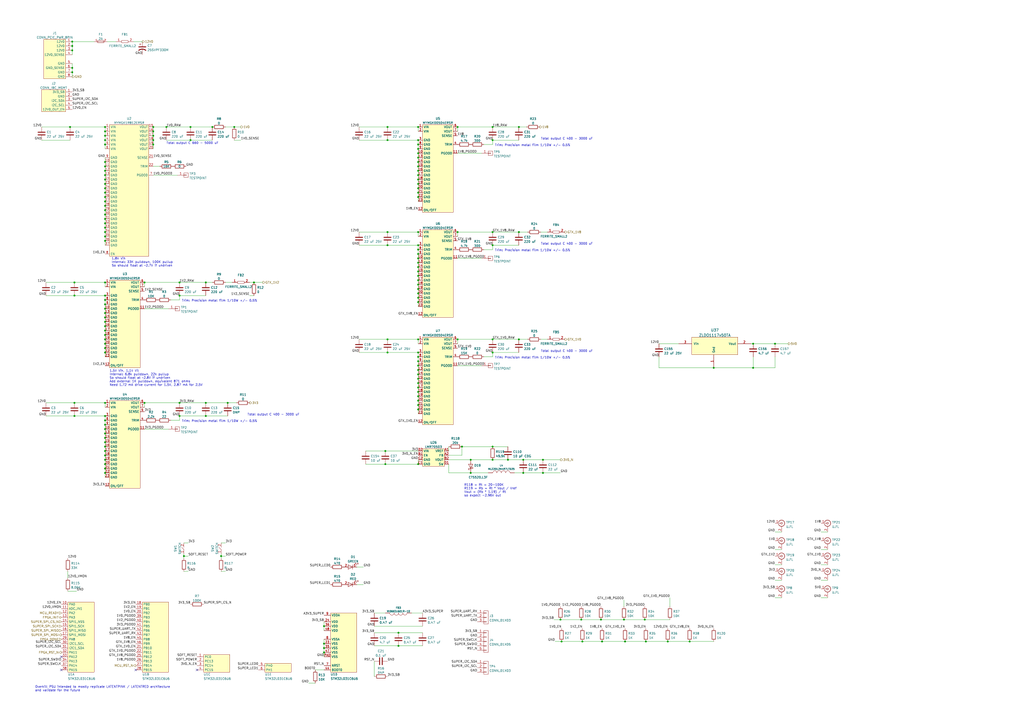
<source format=kicad_sch>
(kicad_sch (version 20211123) (generator eeschema)
  (paper "A2")
  (title_block (title "Trigger Crossbar") (date "2023-12-17") (rev "0.1") (company "Antikernel Labs") (comment 1 "Andrew D. Zonenberg"))
  (junction (at 187.96 375.92))
  (junction (at 325.755 372.11))
  (junction (at 242.57 152.4))
  (junction (at 60.96 259.08))
  (junction (at 242.57 101.6))
  (junction (at 242.57 111.76))
  (junction (at 41.91 41.91))
  (junction (at 187.96 378.46))
  (junction (at 60.96 132.08))
  (junction (at 265.43 73.66))
  (junction (at 242.57 93.98))
  (junction (at 60.96 254))
  (junction (at 60.96 83.82))
  (junction (at 242.57 217.17))
  (junction (at 60.96 93.98))
  (junction (at 242.57 144.78))
  (junction (at 449.58 199.39))
  (junction (at 41.91 39.37))
  (junction (at 242.57 162.56))
  (junction (at 60.96 111.76))
  (junction (at 242.57 154.94))
  (junction (at 285.75 196.85))
  (junction (at 104.14 171.45))
  (junction (at 60.96 179.07))
  (junction (at 294.64 266.7))
  (junction (at 242.57 134.62))
  (junction (at 41.91 24.13))
  (junction (at 60.96 194.31))
  (junction (at 60.96 78.74))
  (junction (at 128.27 322.58))
  (junction (at 60.96 256.54))
  (junction (at 242.57 88.9))
  (junction (at 300.99 73.66))
  (junction (at 60.96 127))
  (junction (at 400.05 372.11))
  (junction (at 60.96 121.92))
  (junction (at 60.96 261.62))
  (junction (at 242.57 234.95))
  (junction (at 60.96 251.46))
  (junction (at 60.96 76.2))
  (junction (at 242.57 170.18))
  (junction (at 242.57 165.1))
  (junction (at 374.015 359.41))
  (junction (at 242.57 91.44))
  (junction (at 224.79 134.62))
  (junction (at 242.57 227.33))
  (junction (at 265.43 196.85))
  (junction (at 242.57 142.24))
  (junction (at 242.57 147.32))
  (junction (at 60.96 99.06))
  (junction (at 242.57 214.63))
  (junction (at 60.96 163.83))
  (junction (at 60.96 106.68))
  (junction (at 60.96 243.84))
  (junction (at 60.96 116.84))
  (junction (at 242.57 219.71))
  (junction (at 242.57 106.68))
  (junction (at 88.9 81.28))
  (junction (at 147.32 163.83))
  (junction (at 135.89 73.66))
  (junction (at 60.96 233.68))
  (junction (at 224.79 142.24))
  (junction (at 83.82 233.68))
  (junction (at 110.49 73.66))
  (junction (at 242.57 96.52))
  (junction (at 123.19 73.66))
  (junction (at 325.12 359.41))
  (junction (at 242.57 196.85))
  (junction (at 60.96 204.47))
  (junction (at 60.96 248.92))
  (junction (at 60.96 191.77))
  (junction (at 242.57 172.72))
  (junction (at 242.57 83.82))
  (junction (at 414.02 213.36))
  (junction (at 96.52 73.66))
  (junction (at 60.96 181.61))
  (junction (at 60.96 184.15))
  (junction (at 361.95 359.41))
  (junction (at 436.88 213.36))
  (junction (at 224.79 204.47))
  (junction (at 60.96 104.14))
  (junction (at 303.53 274.32))
  (junction (at 119.38 163.83))
  (junction (at 60.96 266.7))
  (junction (at 41.91 29.21))
  (junction (at 60.96 246.38))
  (junction (at 60.96 171.45))
  (junction (at 242.57 109.22))
  (junction (at 60.96 269.24))
  (junction (at 362.585 372.11))
  (junction (at 104.14 163.83))
  (junction (at 88.9 73.66))
  (junction (at 285.75 204.47))
  (junction (at 300.99 196.85))
  (junction (at 187.96 373.38))
  (junction (at 60.96 119.38))
  (junction (at 60.96 196.85))
  (junction (at 348.615 359.41))
  (junction (at 104.14 233.68))
  (junction (at 110.49 81.28))
  (junction (at 60.96 264.16))
  (junction (at 60.96 271.78))
  (junction (at 300.99 134.62))
  (junction (at 60.96 241.3))
  (junction (at 242.57 209.55))
  (junction (at 43.18 241.3))
  (junction (at 242.57 114.3))
  (junction (at 242.57 160.02))
  (junction (at 242.57 237.49))
  (junction (at 41.91 26.67))
  (junction (at 314.96 274.32))
  (junction (at 43.18 171.45))
  (junction (at 60.96 274.32))
  (junction (at 60.96 109.22))
  (junction (at 60.96 73.66))
  (junction (at 43.18 233.68))
  (junction (at 60.96 137.16))
  (junction (at 436.88 199.39))
  (junction (at 337.185 359.41))
  (junction (at 374.65 372.11))
  (junction (at 242.57 73.66))
  (junction (at 242.57 81.28))
  (junction (at 88.9 83.82))
  (junction (at 242.57 175.26))
  (junction (at 60.96 186.69))
  (junction (at 242.57 167.64))
  (junction (at 231.14 374.65))
  (junction (at 60.96 114.3))
  (junction (at 242.57 224.79))
  (junction (at 88.9 76.2))
  (junction (at 60.96 134.62))
  (junction (at 242.57 229.87))
  (junction (at 119.38 233.68))
  (junction (at 242.57 222.25))
  (junction (at 132.08 233.68))
  (junction (at 273.05 274.32))
  (junction (at 242.57 269.24))
  (junction (at 285.75 73.66))
  (junction (at 273.05 266.7))
  (junction (at 242.57 149.86))
  (junction (at 267.97 259.08))
  (junction (at 106.68 322.58))
  (junction (at 285.75 134.62))
  (junction (at 265.43 134.62))
  (junction (at 60.96 199.39))
  (junction (at 242.57 157.48))
  (junction (at 224.79 196.85))
  (junction (at 60.96 96.52))
  (junction (at 104.14 241.3))
  (junction (at 303.53 266.7))
  (junction (at 60.96 124.46))
  (junction (at 60.96 189.23))
  (junction (at 242.57 99.06))
  (junction (at 223.52 261.62))
  (junction (at 60.96 201.93))
  (junction (at 242.57 212.09))
  (junction (at 285.75 266.7))
  (junction (at 223.52 269.24))
  (junction (at 60.96 101.6))
  (junction (at 60.96 139.7))
  (junction (at 285.75 142.24))
  (junction (at 119.38 241.3))
  (junction (at 40.64 73.66))
  (junction (at 337.82 372.11))
  (junction (at 224.79 73.66))
  (junction (at 242.57 204.47))
  (junction (at 60.96 81.28))
  (junction (at 60.96 129.54))
  (junction (at 285.75 81.28))
  (junction (at 43.18 163.83))
  (junction (at 285.75 259.08))
  (junction (at 242.57 104.14))
  (junction (at 224.79 81.28))
  (junction (at 88.9 78.74))
  (junction (at 60.96 176.53))
  (junction (at 231.14 367.03))
  (junction (at 349.25 372.11))
  (junction (at 242.57 86.36))
  (junction (at 314.96 266.7))
  (junction (at 387.35 372.11))
  (junction (at 83.82 163.83))
  (junction (at 60.96 173.99))
  (junction (at 242.57 232.41))
  (junction (at 242.57 207.01))
  (junction (at 187.96 363.22))
  (no_connect (at 35.56 388.62))
  (no_connect (at 78.74 388.62))
  (no_connect (at 35.56 381))
  (no_connect (at 114.3 388.62))
  (wire (pts (xy 260.35 274.32) (xy 273.05 274.32)))
  (wire (pts (xy 242.57 207.01) (xy 242.57 209.55)))
  (wire (pts (xy 285.75 196.85) (xy 300.99 196.85)))
  (wire (pts (xy 208.28 196.85) (xy 224.79 196.85)))
  (wire (pts (xy 60.96 99.06) (xy 60.96 101.6)))
  (wire (pts (xy 321.31 359.41) (xy 325.12 359.41)))
  (wire (pts (xy 223.52 261.62) (xy 242.57 261.62)))
  (wire (pts (xy 260.35 269.24) (xy 260.35 274.32)))
  (wire (pts (xy 60.96 241.3) (xy 60.96 243.84)))
  (wire (pts (xy 242.57 229.87) (xy 242.57 232.41)))
  (wire (pts (xy 60.96 181.61) (xy 60.96 184.15)))
  (wire (pts (xy 60.96 129.54) (xy 60.96 132.08)))
  (wire (pts (xy 300.99 73.66) (xy 305.435 73.66)))
  (wire (pts (xy 41.91 24.13) (xy 41.91 26.67)))
  (wire (pts (xy 60.96 78.74) (xy 60.96 81.28)))
  (wire (pts (xy 60.96 261.62) (xy 60.96 264.16)))
  (wire (pts (xy 242.57 106.68) (xy 242.57 109.22)))
  (wire (pts (xy 476.25 327.66) (xy 480.06 327.66)))
  (wire (pts (xy 242.57 99.06) (xy 242.57 101.6)))
  (wire (pts (xy 238.76 355.6) (xy 245.11 355.6)))
  (wire (pts (xy 60.96 259.08) (xy 60.96 261.62)))
  (wire (pts (xy 60.96 194.31) (xy 60.96 196.85)))
  (wire (pts (xy 41.91 39.37) (xy 41.91 41.91)))
  (wire (pts (xy 300.99 196.85) (xy 306.07 196.85)))
  (wire (pts (xy 265.43 134.62) (xy 285.75 134.62)))
  (wire (pts (xy 242.57 96.52) (xy 242.57 99.06)))
  (wire (pts (xy 135.89 81.28) (xy 139.7 81.28)))
  (wire (pts (xy 60.96 139.7) (xy 60.96 142.24)))
  (wire (pts (xy 374.65 372.11) (xy 387.35 372.11)))
  (wire (pts (xy 208.28 134.62) (xy 224.79 134.62)))
  (wire (pts (xy 88.9 101.6) (xy 102.87 101.6)))
  (wire (pts (xy 242.57 157.48) (xy 242.57 160.02)))
  (wire (pts (xy 187.96 370.84) (xy 187.96 373.38)))
  (wire (pts (xy 242.57 209.55) (xy 242.57 212.09)))
  (wire (pts (xy 88.9 76.2) (xy 88.9 78.74)))
  (wire (pts (xy 26.67 241.3) (xy 43.18 241.3)))
  (wire (pts (xy 62.23 24.13) (xy 67.31 24.13)))
  (wire (pts (xy 217.17 374.65) (xy 231.14 374.65)))
  (wire (pts (xy 476.25 346.71) (xy 480.06 346.71)))
  (wire (pts (xy 242.57 160.02) (xy 242.57 162.56)))
  (wire (pts (xy 224.79 134.62) (xy 242.57 134.62)))
  (wire (pts (xy 60.96 176.53) (xy 60.96 179.07)))
  (wire (pts (xy 99.06 243.84) (xy 104.14 243.84)))
  (wire (pts (xy 285.75 204.47) (xy 300.99 204.47)))
  (wire (pts (xy 361.95 347.98) (xy 361.95 351.79)))
  (wire (pts (xy 349.25 372.11) (xy 362.585 372.11)))
  (wire (pts (xy 298.45 274.32) (xy 303.53 274.32)))
  (wire (pts (xy 130.81 163.83) (xy 134.62 163.83)))
  (wire (pts (xy 223.52 269.24) (xy 242.57 269.24)))
  (wire (pts (xy 374.015 359.41) (xy 388.62 359.41)))
  (wire (pts (xy 187.96 375.92) (xy 187.96 378.46)))
  (wire (pts (xy 325.755 372.11) (xy 337.82 372.11)))
  (wire (pts (xy 128.27 322.58) (xy 128.27 323.85)))
  (wire (pts (xy 300.99 134.62) (xy 306.07 134.62)))
  (wire (pts (xy 388.62 346.71) (xy 388.62 351.79)))
  (wire (pts (xy 60.96 73.66) (xy 60.96 76.2)))
  (wire (pts (xy 60.96 191.77) (xy 60.96 194.31)))
  (wire (pts (xy 242.57 217.17) (xy 242.57 219.71)))
  (wire (pts (xy 60.96 111.76) (xy 60.96 114.3)))
  (wire (pts (xy 41.91 41.91) (xy 41.91 44.45)))
  (wire (pts (xy 449.58 199.39) (xy 457.2 199.39)))
  (wire (pts (xy 242.57 204.47) (xy 242.57 207.01)))
  (wire (pts (xy 242.57 219.71) (xy 242.57 222.25)))
  (wire (pts (xy 382.27 207.01) (xy 382.27 213.36)))
  (wire (pts (xy 60.96 137.16) (xy 60.96 139.7)))
  (wire (pts (xy 242.57 196.85) (xy 242.57 199.39)))
  (wire (pts (xy 187.96 360.68) (xy 187.96 363.22)))
  (wire (pts (xy 182.88 388.62) (xy 187.96 388.62)))
  (wire (pts (xy 217.17 363.22) (xy 245.11 363.22)))
  (wire (pts (xy 242.57 154.94) (xy 242.57 157.48)))
  (wire (pts (xy 60.96 254) (xy 60.96 256.54)))
  (wire (pts (xy 60.96 269.24) (xy 60.96 271.78)))
  (wire (pts (xy 60.96 101.6) (xy 60.96 104.14)))
  (wire (pts (xy 242.57 83.82) (xy 242.57 86.36)))
  (wire (pts (xy 110.49 73.66) (xy 123.19 73.66)))
  (wire (pts (xy 242.57 144.78) (xy 242.57 147.32)))
  (wire (pts (xy 26.67 233.68) (xy 43.18 233.68)))
  (wire (pts (xy 60.96 266.7) (xy 60.96 269.24)))
  (wire (pts (xy 60.96 201.93) (xy 60.96 204.47)))
  (wire (pts (xy 106.68 322.58) (xy 109.22 322.58)))
  (wire (pts (xy 242.57 142.24) (xy 242.57 144.78)))
  (wire (pts (xy 60.96 243.84) (xy 60.96 246.38)))
  (wire (pts (xy 280.67 83.82) (xy 285.75 83.82)))
  (wire (pts (xy 26.67 163.83) (xy 43.18 163.83)))
  (wire (pts (xy 217.17 367.03) (xy 231.14 367.03)))
  (wire (pts (xy 224.79 81.28) (xy 242.57 81.28)))
  (wire (pts (xy 179.07 396.24) (xy 182.88 396.24)))
  (wire (pts (xy 436.88 207.01) (xy 436.88 213.36)))
  (wire (pts (xy 242.57 114.3) (xy 242.57 116.84)))
  (wire (pts (xy 449.58 308.61) (xy 453.39 308.61)))
  (wire (pts (xy 265.43 137.16) (xy 265.43 134.62)))
  (wire (pts (xy 449.58 346.71) (xy 453.39 346.71)))
  (wire (pts (xy 60.96 233.68) (xy 60.96 236.22)))
  (wire (pts (xy 325.12 359.41) (xy 337.185 359.41)))
  (wire (pts (xy 104.14 241.3) (xy 119.38 241.3)))
  (wire (pts (xy 83.82 233.68) (xy 104.14 233.68)))
  (wire (pts (xy 476.25 336.55) (xy 480.06 336.55)))
  (wire (pts (xy 242.57 165.1) (xy 242.57 167.64)))
  (wire (pts (xy 128.27 321.31) (xy 128.27 322.58)))
  (wire (pts (xy 60.96 124.46) (xy 60.96 127)))
  (wire (pts (xy 60.96 264.16) (xy 60.96 266.7)))
  (wire (pts (xy 60.96 109.22) (xy 60.96 111.76)))
  (wire (pts (xy 40.64 73.66) (xy 60.96 73.66)))
  (wire (pts (xy 60.96 196.85) (xy 60.96 199.39)))
  (wire (pts (xy 242.57 170.18) (xy 242.57 172.72)))
  (wire (pts (xy 130.81 73.66) (xy 135.89 73.66)))
  (wire (pts (xy 60.96 204.47) (xy 60.96 207.01)))
  (wire (pts (xy 285.75 83.82) (xy 285.75 81.28)))
  (wire (pts (xy 280.67 144.78) (xy 285.75 144.78)))
  (wire (pts (xy 132.08 233.68) (xy 137.16 233.68)))
  (wire (pts (xy 348.615 359.41) (xy 361.95 359.41)))
  (wire (pts (xy 361.95 359.41) (xy 374.015 359.41)))
  (wire (pts (xy 242.57 101.6) (xy 242.57 104.14)))
  (wire (pts (xy 96.52 81.28) (xy 110.49 81.28)))
  (wire (pts (xy 60.96 127) (xy 60.96 129.54)))
  (wire (pts (xy 104.14 171.45) (xy 119.38 171.45)))
  (wire (pts (xy 217.17 355.6) (xy 223.52 355.6)))
  (wire (pts (xy 187.96 363.22) (xy 187.96 365.76)))
  (wire (pts (xy 60.96 163.83) (xy 60.96 166.37)))
  (wire (pts (xy 265.43 212.09) (xy 279.4 212.09)))
  (wire (pts (xy 387.35 372.11) (xy 400.05 372.11)))
  (wire (pts (xy 60.96 93.98) (xy 60.96 96.52)))
  (wire (pts (xy 242.57 266.7) (xy 242.57 269.24)))
  (wire (pts (xy 242.57 175.26) (xy 242.57 177.8)))
  (wire (pts (xy 362.585 372.11) (xy 374.65 372.11)))
  (wire (pts (xy 285.75 134.62) (xy 300.99 134.62)))
  (wire (pts (xy 187.96 378.46) (xy 187.96 381)))
  (wire (pts (xy 147.32 163.83) (xy 152.4 163.83)))
  (wire (pts (xy 60.96 106.68) (xy 60.96 109.22)))
  (wire (pts (xy 382.27 213.36) (xy 414.02 213.36)))
  (wire (pts (xy 436.88 199.39) (xy 449.58 199.39)))
  (wire (pts (xy 208.28 73.66) (xy 224.79 73.66)))
  (wire (pts (xy 96.52 73.66) (xy 110.49 73.66)))
  (wire (pts (xy 99.06 173.99) (xy 104.14 173.99)))
  (wire (pts (xy 242.57 86.36) (xy 242.57 88.9)))
  (wire (pts (xy 242.57 152.4) (xy 242.57 154.94)))
  (wire (pts (xy 128.27 331.47) (xy 130.81 331.47)))
  (wire (pts (xy 60.96 248.92) (xy 60.96 251.46)))
  (wire (pts (xy 43.18 241.3) (xy 60.96 241.3)))
  (wire (pts (xy 208.28 142.24) (xy 224.79 142.24)))
  (wire (pts (xy 260.35 266.7) (xy 273.05 266.7)))
  (wire (pts (xy 224.79 204.47) (xy 242.57 204.47)))
  (wire (pts (xy 60.96 173.99) (xy 60.96 176.53)))
  (wire (pts (xy 119.38 163.83) (xy 123.19 163.83)))
  (wire (pts (xy 60.96 246.38) (xy 60.96 248.92)))
  (wire (pts (xy 60.96 134.62) (xy 60.96 137.16)))
  (wire (pts (xy 187.96 373.38) (xy 187.96 375.92)))
  (wire (pts (xy 104.14 173.99) (xy 104.14 171.45)))
  (wire (pts (xy 449.58 207.01) (xy 449.58 213.36)))
  (wire (pts (xy 128.27 322.58) (xy 130.81 322.58)))
  (wire (pts (xy 267.97 259.08) (xy 285.75 259.08)))
  (wire (pts (xy 41.91 36.83) (xy 41.91 39.37)))
  (wire (pts (xy 26.67 171.45) (xy 43.18 171.45)))
  (wire (pts (xy 242.57 237.49) (xy 242.57 240.03)))
  (wire (pts (xy 128.27 314.96) (xy 130.81 314.96)))
  (wire (pts (xy 303.53 274.32) (xy 314.96 274.32)))
  (wire (pts (xy 110.49 81.28) (xy 123.19 81.28)))
  (wire (pts (xy 313.69 134.62) (xy 317.5 134.62)))
  (wire (pts (xy 242.57 149.86) (xy 242.57 152.4)))
  (wire (pts (xy 83.82 166.37) (xy 83.82 163.83)))
  (wire (pts (xy 242.57 104.14) (xy 242.57 106.68)))
  (wire (pts (xy 285.75 266.7) (xy 294.64 266.7)))
  (wire (pts (xy 207.01 328.93) (xy 210.82 328.93)))
  (wire (pts (xy 104.14 233.68) (xy 119.38 233.68)))
  (wire (pts (xy 60.96 199.39) (xy 60.96 201.93)))
  (wire (pts (xy 88.9 81.28) (xy 88.9 83.82)))
  (wire (pts (xy 88.9 83.82) (xy 88.9 86.36)))
  (wire (pts (xy 242.57 93.98) (xy 242.57 96.52)))
  (wire (pts (xy 449.58 336.55) (xy 453.39 336.55)))
  (wire (pts (xy 119.38 241.3) (xy 132.08 241.3)))
  (wire (pts (xy 294.64 266.7) (xy 303.53 266.7)))
  (wire (pts (xy 60.96 96.52) (xy 60.96 99.06)))
  (wire (pts (xy 285.75 73.66) (xy 300.99 73.66)))
  (wire (pts (xy 285.75 142.24) (xy 300.99 142.24)))
  (wire (pts (xy 60.96 76.2) (xy 60.96 78.74)))
  (wire (pts (xy 207.01 339.09) (xy 210.82 339.09)))
  (wire (pts (xy 41.91 29.21) (xy 41.91 31.75)))
  (wire (pts (xy 144.78 163.83) (xy 147.32 163.83)))
  (wire (pts (xy 260.35 259.08) (xy 260.35 261.62)))
  (wire (pts (xy 242.57 227.33) (xy 242.57 229.87)))
  (wire (pts (xy 217.17 383.54) (xy 217.17 392.43)))
  (wire (pts (xy 242.57 212.09) (xy 242.57 214.63)))
  (wire (pts (xy 382.27 199.39) (xy 393.7 199.39)))
  (wire (pts (xy 60.96 91.44) (xy 60.96 93.98)))
  (wire (pts (xy 242.57 232.41) (xy 242.57 234.95)))
  (wire (pts (xy 242.57 214.63) (xy 242.57 217.17)))
  (wire (pts (xy 60.96 83.82) (xy 60.96 86.36)))
  (wire (pts (xy 303.53 266.7) (xy 314.96 266.7)))
  (wire (pts (xy 449.58 318.77) (xy 453.39 318.77)))
  (wire (pts (xy 104.14 243.84) (xy 104.14 241.3)))
  (wire (pts (xy 43.18 233.68) (xy 60.96 233.68)))
  (wire (pts (xy 83.82 236.22) (xy 83.82 233.68)))
  (wire (pts (xy 60.96 132.08) (xy 60.96 134.62)))
  (wire (pts (xy 242.57 109.22) (xy 242.57 111.76)))
  (wire (pts (xy 144.78 171.45) (xy 147.32 171.45)))
  (wire (pts (xy 231.14 374.65) (xy 245.11 374.65)))
  (wire (pts (xy 212.09 269.24) (xy 223.52 269.24)))
  (wire (pts (xy 224.79 73.66) (xy 242.57 73.66)))
  (wire (pts (xy 285.75 259.08) (xy 294.64 259.08)))
  (wire (pts (xy 242.57 81.28) (xy 242.57 83.82)))
  (wire (pts (xy 242.57 88.9) (xy 242.57 91.44)))
  (wire (pts (xy 24.13 81.28) (xy 40.64 81.28)))
  (wire (pts (xy 212.09 261.62) (xy 223.52 261.62)))
  (wire (pts (xy 83.82 179.07) (xy 97.79 179.07)))
  (wire (pts (xy 60.96 104.14) (xy 60.96 106.68)))
  (wire (pts (xy 60.96 256.54) (xy 60.96 259.08)))
  (wire (pts (xy 242.57 147.32) (xy 242.57 149.86)))
  (wire (pts (xy 135.89 73.66) (xy 139.7 73.66)))
  (wire (pts (xy 242.57 222.25) (xy 242.57 224.79)))
  (wire (pts (xy 60.96 271.78) (xy 60.96 274.32)))
  (wire (pts (xy 106.68 331.47) (xy 109.22 331.47)))
  (wire (pts (xy 83.82 248.92) (xy 97.79 248.92)))
  (wire (pts (xy 265.43 76.2) (xy 265.43 73.66)))
  (wire (pts (xy 208.28 81.28) (xy 224.79 81.28)))
  (wire (pts (xy 242.57 172.72) (xy 242.57 175.26)))
  (wire (pts (xy 242.57 234.95) (xy 242.57 237.49)))
  (wire (pts (xy 83.82 163.83) (xy 104.14 163.83)))
  (wire (pts (xy 265.43 149.86) (xy 279.4 149.86)))
  (wire (pts (xy 267.97 259.08) (xy 267.97 264.16)))
  (wire (pts (xy 106.68 321.31) (xy 106.68 322.58)))
  (wire (pts (xy 224.79 196.85) (xy 242.57 196.85)))
  (wire (pts (xy 60.96 179.07) (xy 60.96 181.61)))
  (wire (pts (xy 436.88 213.36) (xy 414.02 213.36)))
  (wire (pts (xy 449.58 213.36) (xy 436.88 213.36)))
  (wire (pts (xy 231.14 367.03) (xy 245.11 367.03)))
  (wire (pts (xy 60.96 81.28) (xy 60.96 83.82)))
  (wire (pts (xy 88.9 78.74) (xy 88.9 81.28)))
  (wire (pts (xy 224.79 142.24) (xy 242.57 142.24)))
  (wire (pts (xy 242.57 224.79) (xy 242.57 227.33)))
  (wire (pts (xy 313.69 196.85) (xy 317.5 196.85)))
  (wire (pts (xy 242.57 73.66) (xy 242.57 76.2)))
  (wire (pts (xy 337.82 372.11) (xy 349.25 372.11)))
  (wire (pts (xy 60.96 184.15) (xy 60.96 186.69)))
  (wire (pts (xy 88.9 73.66) (xy 96.52 73.66)))
  (wire (pts (xy 242.57 167.64) (xy 242.57 170.18)))
  (wire (pts (xy 321.945 372.11) (xy 325.755 372.11)))
  (wire (pts (xy 476.25 308.61) (xy 480.06 308.61)))
  (wire (pts (xy 265.43 88.9) (xy 279.4 88.9)))
  (wire (pts (xy 77.47 24.13) (xy 82.55 24.13)))
  (wire (pts (xy 54.61 24.13) (xy 41.91 24.13)))
  (wire (pts (xy 60.96 189.23) (xy 60.96 191.77)))
  (wire (pts (xy 88.9 96.52) (xy 92.71 96.52)))
  (wire (pts (xy 265.43 199.39) (xy 265.43 196.85)))
  (wire (pts (xy 285.75 81.28) (xy 300.99 81.28)))
  (wire (pts (xy 337.185 359.41) (xy 348.615 359.41)))
  (wire (pts (xy 60.96 251.46) (xy 60.96 254)))
  (wire (pts (xy 60.96 171.45) (xy 60.96 173.99)))
  (wire (pts (xy 242.57 134.62) (xy 242.57 137.16)))
  (wire (pts (xy 242.57 162.56) (xy 242.57 165.1)))
  (wire (pts (xy 41.91 26.67) (xy 41.91 29.21)))
  (wire (pts (xy 60.96 274.32) (xy 60.96 276.86)))
  (wire (pts (xy 43.18 171.45) (xy 60.96 171.45)))
  (wire (pts (xy 24.13 73.66) (xy 40.64 73.66)))
  (wire (pts (xy 60.96 116.84) (xy 60.96 119.38)))
  (wire (pts (xy 39.37 331.47) (xy 39.37 335.28)))
  (wire (pts (xy 60.96 186.69) (xy 60.96 189.23)))
  (wire (pts (xy 314.96 266.7) (xy 325.12 266.7)))
  (wire (pts (xy 314.96 274.32) (xy 325.12 274.32)))
  (wire (pts (xy 285.75 207.01) (xy 285.75 204.47)))
  (wire (pts (xy 273.05 274.32) (xy 283.21 274.32)))
  (wire (pts (xy 104.14 163.83) (xy 119.38 163.83)))
  (wire (pts (xy 106.68 322.58) (xy 106.68 323.85)))
  (wire (pts (xy 285.75 144.78) (xy 285.75 142.24)))
  (wire (pts (xy 39.37 342.9) (xy 44.45 342.9)))
  (wire (pts (xy 60.96 119.38) (xy 60.96 121.92)))
  (wire (pts (xy 242.57 91.44) (xy 242.57 93.98)))
  (wire (pts (xy 88.9 73.66) (xy 88.9 76.2)))
  (wire (pts (xy 265.43 73.66) (xy 285.75 73.66)))
  (wire (pts (xy 208.28 204.47) (xy 224.79 204.47)))
  (wire (pts (xy 273.05 266.7) (xy 285.75 266.7)))
  (wire (pts (xy 106.68 314.96) (xy 109.22 314.96)))
  (wire (pts (xy 242.57 111.76) (xy 242.57 114.3)))
  (wire (pts (xy 260.35 264.16) (xy 267.97 264.16)))
  (wire (pts (xy 400.05 372.11) (xy 414.02 372.11)))
  (wire (pts (xy 280.67 207.01) (xy 285.75 207.01)))
  (wire (pts (xy 265.43 196.85) (xy 285.75 196.85)))
  (wire (pts (xy 60.96 114.3) (xy 60.96 116.84)))
  (wire (pts (xy 435.61 199.39) (xy 436.88 199.39)))
  (wire (pts (xy 476.25 318.77) (xy 480.06 318.77)))
  (wire (pts (xy 449.58 327.66) (xy 453.39 327.66)))
  (wire (pts (xy 43.18 163.83) (xy 60.96 163.83)))
  (wire (pts (xy 60.96 121.92) (xy 60.96 124.46)))
  (wire (pts (xy 119.38 233.68) (xy 132.08 233.68)))
  (text "Trim: Precision metal film 1/10W +/- 0.5%" (at 105.41 245.11 0) (effects (font (size 1.27 1.27)) (justify left bottom)))
  (text "Total output C 400 - 3000 uF" (at 313.69 204.47 0) (effects (font (size 1.27 1.27)) (justify left bottom)))
  (text "Overkill PSU intended to mostly replicate LATENTPINK / LATENTRED architecture\nand validate for the future" (at 20.32 401.32 0) (effects (font (size 1.27 1.27)) (justify left bottom)))
  (text "Trim: Precision metal film 1/10W +/- 0.5%" (at 287.02 208.28 0) (effects (font (size 1.27 1.27)) (justify left bottom)))
  (text "Trim: Precision metal film 1/10W +/- 0.5%" (at 105.41 175.26 0) (effects (font (size 1.27 1.27)) (justify left bottom)))
  (text "R118 = Rt = 20-100K\nR119 = Rb = Rt * Vout / Vref\nVout = (Rb * 1.19) / Rt\nso expect -2.96V out" (at 269.24 288.29 0) (effects (font (size 1.27 1.27)) (justify left bottom)))
  (text "1.8V Vih\nInternal: 33K pulldown, 100K pullup\nSo should float at ~2.7V if undriven" (at 64.77 154.94 0) (effects (font (size 1.27 1.27)) (justify left bottom)))
  (text "Total output C 400 - 3000 uF" (at 313.69 142.24 0) (effects (font (size 1.27 1.27)) (justify left bottom)))
  (text "Total output C 400 - 3000 uF" (at 313.69 81.28 0) (effects (font (size 1.27 1.27)) (justify left bottom)))
  (text "Trim: Precision metal film 1/10W +/- 0.5%" (at 287.02 85.09 0) (effects (font (size 1.27 1.27)) (justify left bottom)))
  (text "Total output C 660 - 5000 uF" (at 96.52 83.82 0) (effects (font (size 1.27 1.27)) (justify left bottom)))
  (text "Trim: Precision metal film 1/10W +/- 0.5%" (at 287.02 146.05 0) (effects (font (size 1.27 1.27)) (justify left bottom)))
  (text "1.5V Vih, 1.1V Vil\nInternal: 6.8k pulldown, 22k pullup\nSo should float at ~2.8V if undriven\nAdd external 1K pulldown, equivalent 871 ohms\nNeed 1.72 mA drive current for 1.5V, 2.87 mA for 2.5V" (at 63.5 224.155 0) (effects (font (size 1.27 1.27)) (justify left bottom)))
  (text "Total output C 400 - 3000 uF" (at 143.51 241.3 0) (effects (font (size 1.27 1.27)) (justify left bottom)))
  (label "GND" (at 208.28 204.47 180))
  (label "GTX_1V8_PGOOD" (at 265.43 149.86 0))
  (label "GND" (at 476.25 336.55 180))
  (label "GTX_1V8_EN" (at 78.74 373.38 180))
  (label "SUPER_UART_RX" (at 276.86 355.6 180))
  (label "SUPER_I2C_SCL" (at 276.86 387.35 180))
  (label "1V2_SENSE" (at 83.82 168.91 0))
  (label "GTX_1V0_EN" (at 362.585 364.49 180))
  (label "12V0" (at 26.67 233.68 180))
  (label "SUPER_UART_TX" (at 276.86 358.14 180))
  (label "3V3_PGOOD" (at 83.82 248.92 0))
  (label "GND" (at 179.07 396.24 180))
  (label "1V2_SENSE" (at 144.78 171.45 180))
  (label "GND" (at 210.82 328.93 0))
  (label "GTX_1V0" (at 265.43 201.93 0))
  (label "SOFT_RESET" (at 109.22 322.58 0))
  (label "SUPER_UART_RX" (at 78.74 368.3 180))
  (label "GND" (at 217.17 374.65 180))
  (label "1V8" (at 476.25 303.53 180))
  (label "GND" (at 242.57 266.7 180))
  (label "12V0" (at 382.27 199.39 180))
  (label "1V8_RAW" (at 285.75 73.66 0))
  (label "SUPER_LED1" (at 149.86 388.62 180))
  (label "SOFT_POWER" (at 114.3 383.54 180))
  (label "GTX_1V0_EN" (at 242.57 245.11 180))
  (label "1V8_EN" (at 242.57 121.92 180))
  (label "12V0" (at 26.67 163.83 180))
  (label "GND" (at 224.79 383.54 0))
  (label "3V3_SB" (at 110.49 350.52 180))
  (label "GND" (at 476.25 327.66 180))
  (label "3V3_SB" (at 217.17 355.6 180))
  (label "GND" (at 41.91 55.88 0))
  (label "1V0" (at 449.58 313.69 180))
  (label "5V0" (at 476.25 341.63 180))
  (label "1V8_PGOOD" (at 265.43 88.9 0))
  (label "GND" (at 217.17 363.22 180))
  (label "GTX_1V2" (at 449.58 322.58 180))
  (label "3V0_N_EN" (at 414.02 364.49 180))
  (label "1V2_EN" (at 78.74 353.06 180))
  (label "1V0_EN" (at 325.755 364.49 180))
  (label "GND" (at 325.12 274.32 0))
  (label "GND" (at 476.25 308.61 180))
  (label "SUPER_SWCLK" (at 276.86 372.11 180))
  (label "1V8_PGOOD" (at 348.615 351.79 180))
  (label "RST_N" (at 217.17 383.54 180))
  (label "GND" (at 476.25 346.71 180))
  (label "SOFT_RESET" (at 114.3 381 180))
  (label "3V3_RAW" (at 104.14 233.68 0))
  (label "12V0_EN" (at 387.35 364.49 180))
  (label "1V2_PGOOD" (at 337.185 351.79 180))
  (label "3V3" (at 109.22 314.96 0))
  (label "GND" (at 109.22 331.47 0))
  (label "3V3_EN" (at 78.74 350.52 180))
  (label "SUPER_LED1" (at 191.77 339.09 180))
  (label "SUPER_UART_TX" (at 78.74 365.76 180))
  (label "1V2_PGOOD" (at 83.82 179.07 0))
  (label "1V0_RAW" (at 96.52 73.66 0))
  (label "GND" (at 96.52 81.28 180))
  (label "1V0_PGOOD" (at 88.9 101.6 0))
  (label "GND" (at 82.55 31.75 180))
  (label "1V0_EN" (at 78.74 355.6 180))
  (label "3V3" (at 449.58 331.47 180))
  (label "1V0_EN" (at 60.96 147.32 180))
  (label "GND" (at 449.58 327.66 180))
  (label "3V3_EN" (at 60.96 281.94 180))
  (label "GND" (at 26.67 241.3 180))
  (label "SUPER_I2C_SDA" (at 41.91 58.42 0))
  (label "GND" (at 285.75 81.28 180))
  (label "3V3_EN" (at 374.65 364.49 180))
  (label "GTX_1V8_RAW" (at 285.75 134.62 0))
  (label "1V0_PGOOD" (at 325.12 351.79 180))
  (label "3V3_SB" (at 187.96 360.68 180))
  (label "GND" (at 476.25 318.77 180))
  (label "GND" (at 210.82 339.09 0))
  (label "12V0_VMON" (at 39.37 335.28 0))
  (label "BOOT0" (at 182.88 388.62 180))
  (label "GTX_1V8_PGOOD" (at 361.95 347.98 180))
  (label "A3V3_SUPER" (at 187.96 356.87 180))
  (label "3V3" (at 242.57 261.62 180))
  (label "GND" (at 382.27 207.01 180))
  (label "GND" (at 26.67 171.45 180))
  (label "1V0_PGOOD" (at 78.74 358.14 180))
  (label "1V0_SENSE" (at 88.9 91.44 0))
  (label "GTX_1V0_PGOOD" (at 265.43 212.09 0))
  (label "1V2_EN" (at 337.82 364.49 180))
  (label "3V3" (at 83.82 238.76 0))
  (label "GND" (at 208.28 142.24 180))
  (label "GTX_1V0" (at 476.25 322.58 180))
  (label "3V0_N" (at 476.25 331.47 180))
  (label "SUPER_I2C_SCL" (at 41.91 60.96 0))
  (label "1V8_EN" (at 349.25 364.49 180))
  (label "GND" (at 449.58 336.55 180))
  (label "SUPER_I2C_SDA" (at 276.86 384.81 180))
  (label "SUPER_SPI_CS_N" (at 118.11 350.52 0))
  (label "GND" (at 60.96 91.44 180))
  (label "1V8_EN" (at 78.74 370.84 180))
  (label "GND" (at 107.95 96.52 0))
  (label "SUPER_I2C_SCL" (at 35.56 373.38 180))
  (label "1V8" (at 265.43 78.74 0))
  (label "3V3_PGOOD" (at 374.015 351.79 180))
  (label "GND" (at 24.13 81.28 180))
  (label "SUPER_SWDIO" (at 276.86 374.65 180))
  (label "SUPER_LED0" (at 191.77 328.93 180))
  (label "SUPER_SWDIO" (at 35.56 383.54 180))
  (label "3V3_SB" (at 41.91 53.34 0))
  (label "GND" (at 285.75 204.47 180))
  (label "3V3_SB" (at 217.17 367.03 180))
  (label "3V3_SB" (at 449.58 341.63 180))
  (label "3V3" (at 130.81 314.96 0))
  (label "GTX_1V8_EN" (at 400.05 364.49 180))
  (label "RST_N" (at 276.86 377.19 180))
  (label "12V0" (at 39.37 323.85 0))
  (label "GTX_1V8" (at 265.43 139.7 0))
  (label "GND" (at 208.28 81.28 180))
  (label "GTX_1V0_PGOOD" (at 388.62 346.71 180))
  (label "GTX_1V0_EN" (at 78.74 375.92 180))
  (label "GND" (at 449.58 346.71 180))
  (label "GND" (at 104.14 241.3 180))
  (label "GTX_1V0_RAW" (at 285.75 196.85 0))
  (label "1V2_PGOOD" (at 78.74 360.68 180))
  (label "GTX_1V0_PGOOD" (at 78.74 378.46 180))
  (label "GND" (at 321.945 372.11 180))
  (label "12V0" (at 24.13 73.66 180))
  (label "1V0_SENSE" (at 139.7 81.28 0))
  (label "GND" (at 449.58 318.77 180))
  (label "12V0" (at 208.28 196.85 180))
  (label "3V3_SB" (at 321.31 359.41 180))
  (label "3V3_SB" (at 224.79 392.43 0))
  (label "SUPER_LED0" (at 149.86 386.08 180))
  (label "GTX_1V8_EN" (at 242.57 182.88 180))
  (label "12V0" (at 449.58 303.53 180))
  (label "A3V3_SUPER" (at 245.11 355.6 0))
  (label "1V2_RAW" (at 104.14 163.83 0))
  (label "SUPER_SWCLK" (at 35.56 386.08 180))
  (label "SOFT_POWER" (at 130.81 322.58 0))
  (label "GND" (at 130.81 331.47 0))
  (label "GND" (at 285.75 142.24 180))
  (label "3V0_N_EN" (at 114.3 386.08 180))
  (label "12V0_EN" (at 41.91 63.5 0))
  (label "GND" (at 276.86 360.68 180))
  (label "12V0" (at 208.28 73.66 180))
  (label "GTX_1V8_PGOOD" (at 78.74 381 180))
  (label "1V8_PGOOD" (at 78.74 383.54 180))
  (label "GTX_1V8" (at 476.25 313.69 180))
  (label "GND" (at 449.58 308.61 180))
  (label "12V0" (at 208.28 134.62 180))
  (label "GND" (at 104.14 171.45 180))
  (label "GND" (at 276.86 369.57 180))
  (label "1V2_EN" (at 60.96 212.09 180))
  (label "3V3_PGOOD" (at 78.74 363.22 180))
  (label "GND" (at 187.96 381 180))
  (label "GND" (at 44.45 342.9 0))
  (label "3V3_SB" (at 276.86 367.03 180))
  (label "SUPER_I2C_SDA" (at 35.56 375.92 180))
  (label "RST_N" (at 187.96 386.08 180))
  (label "12V0_VMON" (at 35.56 353.06 180))
  (label "12V0_EN" (at 35.56 350.52 180))
  (label "GND" (at 276.86 389.89 180))
  (label "3V0_N_EN" (at 242.57 264.16 180))
  (hierarchical_label "SUPER_SPI_SCK" (shape input) (at 35.56 363.22 180))
  (hierarchical_label "12V0" (shape output) (at 82.55 24.13 0))
  (hierarchical_label "GTX_1V2" (shape output) (at 152.4 163.83 0))
  (hierarchical_label "MCU_READY" (shape input) (at 35.56 355.6 180))
  (hierarchical_label "3V0_N" (shape output) (at 325.12 266.7 0))
  (hierarchical_label "GTX_1V8" (shape output) (at 327.66 134.62 0))
  (hierarchical_label "SUPER_SPI_CS_N" (shape input) (at 35.56 360.68 180))
  (hierarchical_label "FPGA_RST_N" (shape output) (at 35.56 378.46 180))
  (hierarchical_label "SUPER_SPI_MISO" (shape input) (at 35.56 365.76 180))
  (hierarchical_label "GTX_1V0" (shape output) (at 327.66 196.85 0))
  (hierarchical_label "1V0" (shape output) (at 139.7 73.66 0))
  (hierarchical_label "FPGA_DONE" (shape input) (at 35.56 370.84 180))
  (hierarchical_label "MCU_RST_N" (shape output) (at 78.74 386.08 180))
  (hierarchical_label "FPGA_INIT" (shape bidirectional) (at 35.56 358.14 180))
  (hierarchical_label "1V8" (shape output) (at 313.055 73.66 0))
  (hierarchical_label "GND" (shape output) (at 41.91 44.45 0))
  (hierarchical_label "3V3" (shape output) (at 144.78 233.68 0))
  (hierarchical_label "5V0" (shape output) (at 457.2 199.39 0))
  (hierarchical_label "SUPER_SPI_MOSI" (shape output) (at 35.56 368.3 180))
  (symbol (lib_id "device:C") (at 303.53 270.51 0) (unit 1)
    (property "Reference" "C111" (at 306.451 269.6753 0) (effects (justify left)))
    (property "Value" "22 uF" (at 306.451 272.2122 0) (effects (justify left)))
  )
  (symbol (lib_id "device:C") (at 104.14 237.49 0) (unit 1)
    (property "Reference" "C10" (at 107.061 236.6553 0) (effects (justify left)))
    (property "Value" "220 uF" (at 107.061 239.1922 0) (effects (justify left)))
  )
  (symbol (lib_id "device:C") (at 217.17 359.41 0) (unit 1)
    (property "Reference" "C19" (at 220.091 358.5753 0) (effects (justify left)))
    (property "Value" "0.47 uF" (at 220.091 361.1122 0) (effects (justify left)))
  )
  (symbol (lib_id "device:R") (at 325.12 355.6 0) (unit 1)
    (property "Reference" "R26" (at 326.898 354.7653 0) (effects (justify left)))
    (property "Value" "DNP" (at 326.898 357.3022 0) (effects (justify left)))
  )
  (symbol (lib_id "device:R") (at 276.86 83.82 270) (unit 1)
    (property "Reference" "R20" (at 276.86 79.1042 90))
    (property "Value" "300" (at 276.86 81.6411 90))
  )
  (symbol (lib_id "passive-azonenberg:LDO1117-XX") (at 412.75 196.85 0) (unit 1)
    (property "Reference" "U37" (at 414.655 191.4959 0) (effects (font (size 1.524 1.524))))
    (property "Value" "ZLDO1117x50TA" (at 414.655 194.4893 0) (effects (font (size 1.524 1.524))))
  )
  (symbol (lib_id "device:R") (at 387.35 368.3 0) (unit 1)
    (property "Reference" "R36" (at 389.128 367.4653 0) (effects (justify left)))
    (property "Value" "1K" (at 389.128 370.0022 0) (effects (justify left)))
  )
  (symbol (lib_id "device:R") (at 128.27 327.66 180) (unit 1)
    (property "Reference" "R117" (at 130.048 326.8253 0) (effects (justify right)))
    (property "Value" "R" (at 130.048 329.3622 0) (effects (justify right)))
  )
  (symbol (lib_id "device:C") (at 208.28 77.47 0) (unit 1)
    (property "Reference" "C16" (at 211.201 76.6353 0) (effects (justify left)))
    (property "Value" "22 uF 25V" (at 211.201 79.1722 0) (effects (justify left)))
  )
  (symbol (lib_id "device:R") (at 95.25 173.99 270) (unit 1)
    (property "Reference" "R3" (at 95.25 169.2742 90))
    (property "Value" "0" (at 95.25 171.8111 90))
  )
  (symbol (lib_id "passive-azonenberg:FERRITE_SMALL2") (at 72.39 24.13 0) (unit 1)
    (property "Reference" "FB1" (at 72.39 19.9222 0))
    (property "Value" "FERRITE_SMALL2" (at 71.12 26.67 0))
  )
  (symbol (lib_id "conn:CONN_COAXIAL") (at 480.06 322.58 0) (unit 1)
    (property "Reference" "TP23" (at 482.6001 322.0385 0) (effects (justify left)))
    (property "Value" "U.FL" (at 482.6001 324.5754 0) (effects (justify left)))
  )
  (symbol (lib_id "device:R") (at 276.86 144.78 270) (unit 1)
    (property "Reference" "R21" (at 276.86 140.0642 90))
    (property "Value" "300" (at 276.86 142.6011 90))
  )
  (symbol (lib_id "device:R") (at 87.63 243.84 90) (unit 1)
    (property "Reference" "R2" (at 87.63 239.1242 90))
    (property "Value" "2.2k" (at 87.63 241.6611 90))
  )
  (symbol (lib_id "device:R") (at 39.37 327.66 0) (unit 1)
    (property "Reference" "R114" (at 41.148 326.8253 0) (effects (justify left)))
    (property "Value" "33K" (at 41.148 329.3622 0) (effects (justify left)))
  )
  (symbol (lib_id "device:C") (at 24.13 77.47 0) (unit 1)
    (property "Reference" "C1" (at 27.051 76.6353 0) (effects (justify left)))
    (property "Value" "22 uF 25V" (at 27.051 79.1722 0) (effects (justify left)))
  )
  (symbol (lib_id "device:R") (at 414.02 368.3 0) (unit 1)
    (property "Reference" "R120" (at 415.798 367.4653 0) (effects (justify left)))
    (property "Value" "1K" (at 415.798 370.0022 0) (effects (justify left)))
  )
  (symbol (lib_id "power-azonenberg:CONN_PCIE_PWR_8PIN") (at 38.1 45.72 0) (unit 1)
    (property "Reference" "J1" (at 31.75 19.211 0))
    (property "Value" "CONN_PCIE_PWR_8PIN" (at 31.75 21.7479 0))
  )
  (symbol (lib_id "device:R") (at 285.75 262.89 180) (unit 1)
    (property "Reference" "R119" (at 287.528 262.0553 0) (effects (justify right)))
    (property "Value" "49.9k" (at 287.528 264.5922 0) (effects (justify right)))
  )
  (symbol (lib_id "passive-azonenberg:SWITCH") (at 106.68 318.77 90) (unit 1)
    (property "Reference" "SW1" (at 101.761 318.135 0))
    (property "Value" "SWITCH" (at 104.2979 318.135 0))
  )
  (symbol (lib_id "device:R") (at 362.585 368.3 0) (unit 1)
    (property "Reference" "R33" (at 364.363 367.4653 0) (effects (justify left)))
    (property "Value" "1K" (at 364.363 370.0022 0) (effects (justify left)))
  )
  (symbol (lib_id "power-azonenberg:CONN_IBC_MGMT") (at 38.1 64.77 0) (unit 1)
    (property "Reference" "J2" (at 31.115 48.421 0))
    (property "Value" "CONN_IBC_MGMT" (at 31.115 50.9579 0))
  )
  (symbol (lib_id "device:C") (at 26.67 167.64 0) (unit 1)
    (property "Reference" "C2" (at 29.591 166.8053 0) (effects (justify left)))
    (property "Value" "22 uF 25V" (at 29.591 169.3422 0) (effects (justify left)))
  )
  (symbol (lib_id "device:R") (at 337.185 355.6 0) (unit 1)
    (property "Reference" "R28" (at 338.963 354.7653 0) (effects (justify left)))
    (property "Value" "10K" (at 338.963 357.3022 0) (effects (justify left)))
  )
  (symbol (lib_name "MYMGK00504ERSR_3") (lib_id "power-azonenberg:MYMGK00504ERSR") (at 245.11 246.38 0) (unit 1)
    (property "Reference" "U7" (at 254 191.931 0))
    (property "Value" "MYMGK00504ERSR" (at 254 194.4679 0))
  )
  (symbol (lib_id "device:C") (at 208.28 138.43 0) (unit 1)
    (property "Reference" "C17" (at 211.201 137.5953 0) (effects (justify left)))
    (property "Value" "22 uF 25V" (at 211.201 140.1322 0) (effects (justify left)))
  )
  (symbol (lib_id "st-azonenberg:STM32L031-UFQFPN48") (at 191.77 389.89 0) (unit 4)
    (property "Reference" "U1" (at 191.77 391.16 0) (effects (justify left)))
    (property "Value" "STM32L031C6U6" (at 191.77 393.6969 0) (effects (justify left)))
    (pin "11" (alternate "ADC_IN1"))
    (pin "14" (alternate "SPI1_NSS"))
    (pin "15" (alternate "SPI1_SCK"))
    (pin "16" (alternate "SPI1_MISO"))
    (pin "17" (alternate "SPI1_MOSI"))
    (pin "30" (alternate "I2C1_SCL"))
    (pin "31" (alternate "I2C1_SDA"))
  )
  (symbol (lib_id "device:C") (at 217.17 370.84 0) (unit 1)
    (property "Reference" "C20" (at 220.091 370.0053 0) (effects (justify left)))
    (property "Value" "4.7 uF" (at 220.091 372.5422 0) (effects (justify left)))
  )
  (symbol (lib_id "device:R") (at 147.32 167.64 0) (unit 1)
    (property "Reference" "R12" (at 149.098 166.8053 0) (effects (justify left)))
    (property "Value" "0" (at 149.098 169.3422 0) (effects (justify left)))
  )
  (symbol (lib_id "conn:CONN_01X01") (at 107.95 101.6 0) (unit 1)
    (property "Reference" "TP3" (at 109.855 100.7653 0) (effects (justify left)))
    (property "Value" "TESTPOINT" (at 109.855 103.3022 0) (effects (justify left)))
  )
  (symbol (lib_id "device:C") (at 26.67 237.49 0) (unit 1)
    (property "Reference" "C3" (at 29.591 236.6553 0) (effects (justify left)))
    (property "Value" "22 uF 25V" (at 29.591 239.1922 0) (effects (justify left)))
  )
  (symbol (lib_id "device:C") (at 300.99 77.47 0) (unit 1)
    (property "Reference" "C31" (at 303.911 76.6353 0) (effects (justify left)))
    (property "Value" "220 uF" (at 303.911 79.1722 0) (effects (justify left)))
  )
  (symbol (lib_id "device:C") (at 231.14 370.84 0) (unit 1)
    (property "Reference" "C25" (at 234.061 370.0053 0) (effects (justify left)))
    (property "Value" "0.47 uF" (at 234.061 372.5422 0) (effects (justify left)))
  )
  (symbol (lib_id "passive-azonenberg:INDUCTOR_PWROUT") (at 290.83 274.32 90) (unit 1)
    (property "Reference" "L4" (at 290.83 269.9882 90) (effects (font (size 1.016 1.016))))
    (property "Value" "MLZ2012N4R7LTD25" (at 290.83 272.0686 90) (effects (font (size 1.016 1.016))))
  )
  (symbol (lib_id "device:CP1") (at 82.55 27.94 0) (unit 1)
    (property "Reference" "C7" (at 85.471 26.4703 0) (effects (justify left)))
    (property "Value" "25SVPF330M" (at 85.471 29.0072 0) (effects (justify left)))
  )
  (symbol (lib_id "conn:CONN_COAXIAL") (at 453.39 303.53 0) (unit 1)
    (property "Reference" "TP17" (at 455.9301 302.9885 0) (effects (justify left)))
    (property "Value" "U.FL" (at 455.9301 305.5254 0) (effects (justify left)))
  )
  (symbol (lib_id "power-azonenberg:MYMGK1R812ERSR") (at 63.5 148.59 0) (unit 1)
    (property "Reference" "U2" (at 74.93 68.741 0))
    (property "Value" "MYMGK1R812ERSR" (at 74.93 71.2779 0))
  )
  (symbol (lib_id "device:LED") (at 203.2 328.93 180) (unit 1)
    (property "Reference" "D1" (at 204.8002 323.0712 0))
    (property "Value" "GREEN" (at 204.8002 325.6081 0))
  )
  (symbol (lib_id "passive-azonenberg:R_PWR") (at 309.88 196.85 270) (unit 1)
    (property "Reference" "R25" (at 309.88 192.1342 90))
    (property "Value" "0" (at 309.88 194.6711 90))
  )
  (symbol (lib_id "device:C") (at 224.79 138.43 0) (unit 1)
    (property "Reference" "C23" (at 227.711 137.5953 0) (effects (justify left)))
    (property "Value" "22 uF 25V" (at 227.711 140.1322 0) (effects (justify left)))
  )
  (symbol (lib_id "device:R") (at 348.615 355.6 0) (unit 1)
    (property "Reference" "R30" (at 350.393 354.7653 0) (effects (justify left)))
    (property "Value" "10K" (at 350.393 357.3022 0) (effects (justify left)))
  )
  (symbol (lib_id "passive-azonenberg:R_PWR") (at 140.97 233.68 270) (unit 1)
    (property "Reference" "R11" (at 140.97 228.9642 90))
    (property "Value" "0" (at 140.97 231.5011 90))
  )
  (symbol (lib_id "device:R") (at 361.95 355.6 0) (unit 1)
    (property "Reference" "R32" (at 363.728 354.7653 0) (effects (justify left)))
    (property "Value" "10K" (at 363.728 357.3022 0) (effects (justify left)))
  )
  (symbol (lib_id "device:C") (at 223.52 265.43 0) (unit 1)
    (property "Reference" "C37" (at 226.441 264.5953 0) (effects (justify left)))
    (property "Value" "10 uF" (at 226.441 267.1322 0) (effects (justify left)))
  )
  (symbol (lib_id "device:R") (at 374.015 355.6 0) (unit 1)
    (property "Reference" "R34" (at 375.793 354.7653 0) (effects (justify left)))
    (property "Value" "10K" (at 375.793 357.3022 0) (effects (justify left)))
  )
  (symbol (lib_id "device:C") (at 285.75 77.47 0) (unit 1)
    (property "Reference" "C28" (at 288.671 76.6353 0) (effects (justify left)))
    (property "Value" "220 uF" (at 288.671 79.1722 0) (effects (justify left)))
  )
  (symbol (lib_id "st-azonenberg:STM32L031-UFQFPN48") (at 82.55 389.89 0) (unit 2)
    (property "Reference" "U1" (at 82.55 391.16 0) (effects (justify left)))
    (property "Value" "STM32L031C6U6" (at 82.55 393.6969 0) (effects (justify left)))
    (pin "11" (alternate "ADC_IN1"))
    (pin "14" (alternate "SPI1_NSS"))
    (pin "15" (alternate "SPI1_SCK"))
    (pin "16" (alternate "SPI1_MISO"))
    (pin "17" (alternate "SPI1_MOSI"))
    (pin "30" (alternate "I2C1_SCL"))
    (pin "31" (alternate "I2C1_SDA"))
  )
  (symbol (lib_id "conn:CONN_01X03") (at 281.94 387.35 0) (unit 1)
    (property "Reference" "TP4" (at 283.845 386.5153 0) (effects (justify left)))
    (property "Value" "CONN_01X03" (at 283.845 389.0522 0) (effects (justify left)))
  )
  (symbol (lib_id "conn:CONN_COAXIAL") (at 453.39 331.47 0) (unit 1)
    (property "Reference" "TP20" (at 455.9301 330.9285 0) (effects (justify left)))
    (property "Value" "U.FL" (at 455.9301 333.4654 0) (effects (justify left)))
  )
  (symbol (lib_id "passive-azonenberg:INDUCTOR_PWROUT") (at 231.14 355.6 270) (unit 1)
    (property "Reference" "FB3" (at 231.14 352.5386 90) (effects (font (size 1.016 1.016))))
    (property "Value" "MI0603J601R-10" (at 231.14 354.619 90) (effects (font (size 1.016 1.016))))
  )
  (symbol (lib_id "device:R") (at 269.24 207.01 90) (unit 1)
    (property "Reference" "R19" (at 269.24 202.2942 90))
    (property "Value" "15K" (at 269.24 204.8311 90))
  )
  (symbol (lib_id "device:C") (at 123.19 77.47 0) (unit 1)
    (property "Reference" "C14" (at 126.111 76.6353 0) (effects (justify left)))
    (property "Value" "220 uF" (at 126.111 79.1722 0) (effects (justify left)))
  )
  (symbol (lib_id "device:R") (at 87.63 173.99 90) (unit 1)
    (property "Reference" "R1" (at 87.63 169.2742 90))
    (property "Value" "10K" (at 87.63 171.8111 90))
  )
  (symbol (lib_id "device:C") (at 436.88 203.2 0) (unit 1)
    (property "Reference" "C156" (at 439.801 202.3653 0) (effects (justify left)))
    (property "Value" "4.7 uF" (at 439.801 204.9022 0) (effects (justify left)))
  )
  (symbol (lib_id "device:C") (at 96.52 77.47 0) (unit 1)
    (property "Reference" "C8" (at 99.441 76.6353 0) (effects (justify left)))
    (property "Value" "220 uF" (at 99.441 79.1722 0) (effects (justify left)))
  )
  (symbol (lib_id "device:C") (at 300.99 200.66 0) (unit 1)
    (property "Reference" "C33" (at 303.911 199.8253 0) (effects (justify left)))
    (property "Value" "220 uF" (at 303.911 202.3622 0) (effects (justify left)))
  )
  (symbol (lib_id "device:C") (at 119.38 237.49 0) (unit 1)
    (property "Reference" "C13" (at 122.301 236.6553 0) (effects (justify left)))
    (property "Value" "220 uF" (at 122.301 239.1922 0) (effects (justify left)))
  )
  (symbol (lib_id "device:R") (at 374.65 368.3 0) (unit 1)
    (property "Reference" "R35" (at 376.428 367.4653 0) (effects (justify left)))
    (property "Value" "1K" (at 376.428 370.0022 0) (effects (justify left)))
  )
  (symbol (lib_id "device:R") (at 195.58 328.93 270) (unit 1)
    (property "Reference" "R14" (at 195.58 324.2142 90))
    (property "Value" "470" (at 195.58 326.7511 90))
  )
  (symbol (lib_id "conn:CONN_COAXIAL") (at 480.06 303.53 0) (unit 1)
    (property "Reference" "TP21" (at 482.6001 302.9885 0) (effects (justify left)))
    (property "Value" "U.FL" (at 482.6001 305.5254 0) (effects (justify left)))
  )
  (symbol (lib_id "device:R") (at 388.62 355.6 0) (unit 1)
    (property "Reference" "R37" (at 390.398 354.7653 0) (effects (justify left)))
    (property "Value" "10K" (at 390.398 357.3022 0) (effects (justify left)))
  )
  (symbol (lib_id "device:R") (at 400.05 368.3 0) (unit 1)
    (property "Reference" "R38" (at 401.828 367.4653 0) (effects (justify left)))
    (property "Value" "1K" (at 401.828 370.0022 0) (effects (justify left)))
  )
  (symbol (lib_id "device:R") (at 195.58 339.09 270) (unit 1)
    (property "Reference" "R15" (at 195.58 334.3742 90))
    (property "Value" "470" (at 195.58 336.9111 90))
  )
  (symbol (lib_id "passive-azonenberg:R_PWR") (at 309.88 134.62 270) (unit 1)
    (property "Reference" "R24" (at 309.88 129.9042 90))
    (property "Value" "0" (at 309.88 132.4411 90))
  )
  (symbol (lib_id "device:R") (at 276.86 207.01 270) (unit 1)
    (property "Reference" "R22" (at 276.86 202.2942 90))
    (property "Value" "0" (at 276.86 204.8311 90))
  )
  (symbol (lib_id "passive-azonenberg:R_PWR") (at 127 73.66 270) (unit 1)
    (property "Reference" "R8" (at 127 68.9442 90))
    (property "Value" "0" (at 127 71.4811 90))
  )
  (symbol (lib_id "power-azonenberg:FUSE_PWROUT_2") (at 58.42 24.13 0) (unit 1)
    (property "Reference" "F1" (at 58.42 19.9222 0))
    (property "Value" "2A" (at 58.42 22.4591 0))
  )
  (symbol (lib_id "device:C") (at 382.27 203.2 0) (unit 1)
    (property "Reference" "C155" (at 385.191 202.3653 0) (effects (justify left)))
    (property "Value" "22 uF 25V" (at 385.191 204.9022 0) (effects (justify left)))
  )
  (symbol (lib_id "device:C") (at 43.18 237.49 0) (unit 1)
    (property "Reference" "C6" (at 46.101 236.6553 0) (effects (justify left)))
    (property "Value" "22 uF 25V" (at 46.101 239.1922 0) (effects (justify left)))
  )
  (symbol (lib_id "device:C") (at 43.18 167.64 0) (unit 1)
    (property "Reference" "C5" (at 46.101 166.8053 0) (effects (justify left)))
    (property "Value" "22 uF 25V" (at 46.101 169.3422 0) (effects (justify left)))
  )
  (symbol (lib_id "device:R") (at 96.52 96.52 90) (unit 1)
    (property "Reference" "R5" (at 96.52 93.98 90))
    (property "Value" "16K" (at 96.52 96.52 90))
  )
  (symbol (lib_id "passive-azonenberg:R_PWR") (at 309.245 73.66 270) (unit 1)
    (property "Reference" "R23" (at 309.245 68.9442 90))
    (property "Value" "0" (at 309.245 71.4811 90))
  )
  (symbol (lib_id "device:C") (at 132.08 237.49 0) (unit 1)
    (property "Reference" "C15" (at 135.001 236.6553 0) (effects (justify left)))
    (property "Value" "DNP" (at 135.001 239.1922 0) (effects (justify left)))
  )
  (symbol (lib_id "conn:CONN_COAXIAL") (at 480.06 313.69 0) (unit 1)
    (property "Reference" "TP22" (at 482.6001 313.1485 0) (effects (justify left)))
    (property "Value" "U.FL" (at 482.6001 315.6854 0) (effects (justify left)))
  )
  (symbol (lib_id "device:C") (at 224.79 77.47 0) (unit 1)
    (property "Reference" "C22" (at 227.711 76.6353 0) (effects (justify left)))
    (property "Value" "22 uF 25V" (at 227.711 79.1722 0) (effects (justify left)))
  )
  (symbol (lib_id "conn:CONN_01X01") (at 102.87 179.07 0) (unit 1)
    (property "Reference" "TP1" (at 104.775 178.2353 0) (effects (justify left)))
    (property "Value" "TESTPOINT" (at 104.775 180.7722 0) (effects (justify left)))
  )
  (symbol (lib_id "conn:CONN_01X01") (at 284.48 149.86 0) (unit 1)
    (property "Reference" "TP6" (at 286.385 149.0253 0) (effects (justify left)))
    (property "Value" "TESTPOINT" (at 286.385 151.5622 0) (effects (justify left)))
  )
  (symbol (lib_id "device:C") (at 314.96 270.51 0) (unit 1)
    (property "Reference" "C112" (at 317.881 269.6753 0) (effects (justify left)))
    (property "Value" "22 uF" (at 317.881 272.2122 0) (effects (justify left)))
  )
  (symbol (lib_id "conn:CONN_01X01") (at 102.87 248.92 0) (unit 1)
    (property "Reference" "TP2" (at 104.775 248.0853 0) (effects (justify left)))
    (property "Value" "TESTPOINT" (at 104.775 250.6222 0) (effects (justify left)))
  )
  (symbol (lib_id "device:D_Schottky") (at 273.05 270.51 90) (unit 1)
    (property "Reference" "D19" (at 275.0566 269.9928 90) (effects (justify right)))
    (property "Value" "CTS520,L3F" (at 271.78 276.86 90) (effects (justify right)))
  )
  (symbol (lib_id "conn:CONN_01X01") (at 284.48 88.9 0) (unit 1)
    (property "Reference" "TP5" (at 286.385 88.0653 0) (effects (justify left)))
    (property "Value" "TESTPOINT" (at 286.385 90.6022 0) (effects (justify left)))
  )
  (symbol (lib_id "conn:CONN_COAXIAL") (at 480.06 331.47 0) (unit 1)
    (property "Reference" "TP24" (at 482.6001 330.9285 0) (effects (justify left)))
    (property "Value" "U.FL" (at 482.6001 333.4654 0) (effects (justify left)))
  )
  (symbol (lib_id "device:R") (at 337.82 368.3 0) (unit 1)
    (property "Reference" "R29" (at 339.598 367.4653 0) (effects (justify left)))
    (property "Value" "1K" (at 339.598 370.0022 0) (effects (justify left)))
  )
  (symbol (lib_id "passive-azonenberg:FERRITE_SMALL2") (at 322.58 196.85 0) (unit 1)
    (property "Reference" "FB5" (at 322.58 192.6422 0))
    (property "Value" "FERRITE_SMALL2" (at 321.31 199.39 0))
  )
  (symbol (lib_name "MYMGK00504ERSR_3") (lib_id "power-azonenberg:MYMGK00504ERSR") (at 245.11 123.19 0) (unit 1)
    (property "Reference" "U5" (at 254 68.741 0))
    (property "Value" "MYMGK00504ERSR" (at 254 71.2779 0))
  )
  (symbol (lib_id "passive-azonenberg:R_PWR") (at 127 163.83 270) (unit 1)
    (property "Reference" "R9" (at 127 159.1142 90))
    (property "Value" "0" (at 127 161.6511 90))
  )
  (symbol (lib_id "conn:CONN_01X01") (at 284.48 212.09 0) (unit 1)
    (property "Reference" "TP7" (at 286.385 211.2553 0) (effects (justify left)))
    (property "Value" "TESTPOINT" (at 286.385 213.7922 0) (effects (justify left)))
  )
  (symbol (lib_id "st-azonenberg:STM32L031-UFQFPN48") (at 39.37 389.89 0) (unit 1)
    (property "Reference" "U1" (at 39.37 391.16 0) (effects (justify left)))
    (property "Value" "STM32L031C6U6" (at 39.37 393.6969 0) (effects (justify left)))
    (pin "11" (alternate "ADC_IN1"))
    (pin "14" (alternate "SPI1_NSS"))
    (pin "15" (alternate "SPI1_SCK"))
    (pin "16" (alternate "SPI1_MISO"))
    (pin "17" (alternate "SPI1_MOSI"))
    (pin "30" (alternate "I2C1_SCL"))
    (pin "31" (alternate "I2C1_SDA"))
  )
  (symbol (lib_id "device:LED") (at 203.2 339.09 180) (unit 1)
    (property "Reference" "D2" (at 204.8002 333.2312 0))
    (property "Value" "RED" (at 204.8002 335.7681 0))
  )
  (symbol (lib_id "conn:CONN_COAXIAL") (at 453.39 313.69 0) (unit 1)
    (property "Reference" "TP18" (at 455.9301 313.1485 0) (effects (justify left)))
    (property "Value" "U.FL" (at 455.9301 315.6854 0) (effects (justify left)))
  )
  (symbol (lib_id "st-azonenberg:STM32L031-UFQFPN48") (at 118.11 389.89 0) (unit 3)
    (property "Reference" "U1" (at 118.11 391.16 0) (effects (justify left)))
    (property "Value" "STM32L031C6U6" (at 118.11 393.6969 0) (effects (justify left)))
    (pin "11" (alternate "ADC_IN1"))
    (pin "14" (alternate "SPI1_NSS"))
    (pin "15" (alternate "SPI1_SCK"))
    (pin "16" (alternate "SPI1_MISO"))
    (pin "17" (alternate "SPI1_MOSI"))
    (pin "30" (alternate "I2C1_SCL"))
    (pin "31" (alternate "I2C1_SDA"))
  )
  (symbol (lib_id "device:C") (at 300.99 138.43 0) (unit 1)
    (property "Reference" "C32" (at 303.911 137.5953 0) (effects (justify left)))
    (property "Value" "220 uF" (at 303.911 140.1322 0) (effects (justify left)))
  )
  (symbol (lib_id "device:R") (at 325.755 368.3 0) (unit 1)
    (property "Reference" "R27" (at 327.533 367.4653 0) (effects (justify left)))
    (property "Value" "1K" (at 327.533 370.0022 0) (effects (justify left)))
  )
  (symbol (lib_id "device:C") (at 208.28 200.66 0) (unit 1)
    (property "Reference" "C18" (at 211.201 199.8253 0) (effects (justify left)))
    (property "Value" "22 uF 25V" (at 211.201 202.3622 0) (effects (justify left)))
  )
  (symbol (lib_id "device:R") (at 106.68 327.66 180) (unit 1)
    (property "Reference" "R116" (at 108.458 326.8253 0) (effects (justify right)))
    (property "Value" "R" (at 108.458 329.3622 0) (effects (justify right)))
  )
  (symbol (lib_id "device:C") (at 245.11 359.41 0) (unit 1)
    (property "Reference" "C26" (at 248.031 358.5753 0) (effects (justify left)))
    (property "Value" "0.47 uF" (at 248.031 361.1122 0) (effects (justify left)))
  )
  (symbol (lib_id "passive-azonenberg:FERRITE_SMALL2") (at 322.58 134.62 0) (unit 1)
    (property "Reference" "FB4" (at 322.58 130.4122 0))
    (property "Value" "FERRITE_SMALL2" (at 321.31 137.16 0))
  )
  (symbol (lib_id "st-azonenberg:STM32L031-UFQFPN48") (at 153.67 389.89 0) (unit 5)
    (property "Reference" "U1" (at 153.67 391.16 0) (effects (justify left)))
    (property "Value" "STM32L031C6U6" (at 153.67 393.6969 0) (effects (justify left)))
    (pin "11" (alternate "ADC_IN1"))
    (pin "14" (alternate "SPI1_NSS"))
    (pin "15" (alternate "SPI1_SCK"))
    (pin "16" (alternate "SPI1_MISO"))
    (pin "17" (alternate "SPI1_MOSI"))
    (pin "30" (alternate "I2C1_SCL"))
    (pin "31" (alternate "I2C1_SDA"))
  )
  (symbol (lib_id "device:C") (at 104.14 167.64 0) (unit 1)
    (property "Reference" "C9" (at 107.061 166.8053 0) (effects (justify left)))
    (property "Value" "220 uF" (at 107.061 169.3422 0) (effects (justify left)))
  )
  (symbol (lib_id "conn:CONN_COAXIAL") (at 480.06 341.63 0) (unit 1)
    (property "Reference" "TP9" (at 482.6001 341.0885 0) (effects (justify left)))
    (property "Value" "U.FL" (at 482.6001 343.6254 0) (effects (justify left)))
  )
  (symbol (lib_id "power-azonenberg:LMR70503") (at 245.11 270.51 0) (unit 1)
    (property "Reference" "U26" (at 251.46 256.701 0))
    (property "Value" "LMR70503" (at 251.46 259.2379 0))
  )
  (symbol (lib_id "device:R") (at 269.24 83.82 90) (unit 1)
    (property "Reference" "R17" (at 269.24 79.1042 90))
    (property "Value" "4.7k" (at 269.24 81.6411 90))
  )
  (symbol (lib_name "MYMGK00504ERSR_3") (lib_id "power-azonenberg:MYMGK00504ERSR") (at 245.11 184.15 0) (unit 1)
    (property "Reference" "U6" (at 254 129.701 0))
    (property "Value" "MYMGK00504ERSR" (at 254 132.2379 0))
  )
  (symbol (lib_id "device:C") (at 212.09 265.43 0) (unit 1)
    (property "Reference" "C154" (at 215.011 264.5953 0) (effects (justify left)))
    (property "Value" "10 uF" (at 215.011 267.1322 0) (effects (justify left)))
  )
  (symbol (lib_id "power-azonenberg:MYMGK00504ERSR") (at 63.5 283.21 0) (unit 1)
    (property "Reference" "U4" (at 72.39 228.761 0))
    (property "Value" "MYMGK00504ERSR" (at 72.39 231.2979 0))
  )
  (symbol (lib_id "conn:CONN_01X03") (at 281.94 358.14 0) (unit 1)
    (property "Reference" "J3" (at 283.845 357.3053 0) (effects (justify left)))
    (property "Value" "CONN_01X03" (at 283.845 359.8422 0) (effects (justify left)))
  )
  (symbol (lib_id "device:C") (at 449.58 203.2 0) (unit 1)
    (property "Reference" "C157" (at 452.501 202.3653 0) (effects (justify left)))
    (property "Value" "4.7 uF" (at 452.501 204.9022 0) (effects (justify left)))
  )
  (symbol (lib_id "conn:CONN_COAXIAL") (at 453.39 341.63 0) (unit 1)
    (property "Reference" "TP8" (at 455.9301 341.0885 0) (effects (justify left)))
    (property "Value" "U.FL" (at 455.9301 343.6254 0) (effects (justify left)))
  )
  (symbol (lib_id "device:R") (at 114.3 350.52 270) (unit 1)
    (property "Reference" "R7" (at 114.3 345.8042 90))
    (property "Value" "100K" (at 114.3 348.3411 90))
  )
  (symbol (lib_id "device:R") (at 104.14 96.52 270) (unit 1)
    (property "Reference" "R6" (at 104.14 93.98 90))
    (property "Value" "0" (at 104.14 96.52 90))
  )
  (symbol (lib_id "device:R") (at 220.98 392.43 270) (unit 1)
    (property "Reference" "R16" (at 220.98 387.7142 90))
    (property "Value" "DNP" (at 220.98 390.2511 90))
  )
  (symbol (lib_id "device:C") (at 294.64 262.89 0) (unit 1)
    (property "Reference" "C110" (at 297.561 262.0553 0) (effects (justify left)))
    (property "Value" "10 pF C0G" (at 297.561 264.5922 0) (effects (justify left)))
  )
  (symbol (lib_id "passive-azonenberg:FERRITE_SMALL2") (at 139.7 163.83 0) (unit 1)
    (property "Reference" "FB2" (at 139.7 159.6222 0))
    (property "Value" "FERRITE_SMALL2" (at 138.43 166.37 0))
  )
  (symbol (lib_id "device:C") (at 220.98 383.54 90) (unit 1)
    (property "Reference" "C21" (at 220.98 377.6812 90))
    (property "Value" "0.1 uF" (at 220.98 380.2181 90))
  )
  (symbol (lib_id "device:C") (at 110.49 77.47 0) (unit 1)
    (property "Reference" "C11" (at 113.411 76.6353 0) (effects (justify left)))
    (property "Value" "220 uF" (at 113.411 79.1722 0) (effects (justify left)))
  )
  (symbol (lib_id "device:C") (at 285.75 138.43 0) (unit 1)
    (property "Reference" "C29" (at 288.671 137.5953 0) (effects (justify left)))
    (property "Value" "220 uF" (at 288.671 140.1322 0) (effects (justify left)))
  )
  (symbol (lib_id "device:C") (at 285.75 200.66 0) (unit 1)
    (property "Reference" "C30" (at 288.671 199.8253 0) (effects (justify left)))
    (property "Value" "220 uF" (at 288.671 202.3622 0) (effects (justify left)))
  )
  (symbol (lib_id "device:R") (at 269.24 144.78 90) (unit 1)
    (property "Reference" "R18" (at 269.24 140.0642 90))
    (property "Value" "4.7k" (at 269.24 142.6011 90))
  )
  (symbol (lib_id "device:R") (at 95.25 243.84 270) (unit 1)
    (property "Reference" "R4" (at 95.25 239.1242 90))
    (property "Value" "22" (at 95.25 241.6611 90))
  )
  (symbol (lib_id "device:C") (at 224.79 200.66 0) (unit 1)
    (property "Reference" "C24" (at 227.711 199.8253 0) (effects (justify left)))
    (property "Value" "22 uF 25V" (at 227.711 202.3622 0) (effects (justify left)))
  )
  (symbol (lib_id "device:R") (at 182.88 392.43 0) (unit 1)
    (property "Reference" "R13" (at 184.658 391.5953 0) (effects (justify left)))
    (property "Value" "10K" (at 184.658 394.1322 0) (effects (justify left)))
  )
  (symbol (lib_id "device:C") (at 245.11 370.84 0) (unit 1)
    (property "Reference" "C27" (at 248.031 370.0053 0) (effects (justify left)))
    (property "Value" "0.47 uF" (at 248.031 372.5422 0) (effects (justify left)))
  )
  (symbol (lib_id "device:R") (at 39.37 339.09 0) (unit 1)
    (property "Reference" "R115" (at 41.148 338.2553 0) (effects (justify left)))
    (property "Value" "8.06K" (at 41.148 340.7922 0) (effects (justify left)))
  )
  (symbol (lib_id "passive-azonenberg:SWITCH") (at 128.27 318.77 90) (unit 1)
    (property "Reference" "SW2" (at 123.351 318.135 0))
    (property "Value" "SWITCH" (at 125.8879 318.135 0))
  )
  (symbol (lib_id "conn:CONN_COAXIAL") (at 453.39 322.58 0) (unit 1)
    (property "Reference" "TP19" (at 455.9301 322.0385 0) (effects (justify left)))
    (property "Value" "U.FL" (at 455.9301 324.5754 0) (effects (justify left)))
  )
  (symbol (lib_id "device:R") (at 264.16 259.08 90) (unit 1)
    (property "Reference" "R118" (at 264.16 254.3642 90))
    (property "Value" "20k" (at 264.16 256.9011 90))
  )
  (symbol (lib_id "device:C") (at 40.64 77.47 0) (unit 1)
    (property "Reference" "C4" (at 43.561 76.6353 0) (effects (justify left)))
    (property "Value" "22 uF 25V" (at 43.561 79.1722 0) (effects (justify left)))
  )
  (symbol (lib_id "device:R") (at 135.89 77.47 180) (unit 1)
    (property "Reference" "R10" (at 137.668 76.6353 0) (effects (justify right)))
    (property "Value" "0" (at 137.668 79.1722 0) (effects (justify right)))
  )
  (symbol (lib_id "conn:CONN_01X05") (at 281.94 372.11 0) (unit 1)
    (property "Reference" "J4" (at 283.845 371.2753 0) (effects (justify left)))
    (property "Value" "CONN_01X05" (at 283.845 373.8122 0) (effects (justify left)))
  )
  (symbol (lib_id "device:C") (at 119.38 167.64 0) (unit 1)
    (property "Reference" "C12" (at 122.301 166.8053 0) (effects (justify left)))
    (property "Value" "220 uF" (at 122.301 169.3422 0) (effects (justify left)))
  )
  (symbol (lib_id "device:R") (at 349.25 368.3 0) (unit 1)
    (property "Reference" "R31" (at 351.028 367.4653 0) (effects (justify left)))
    (property "Value" "1K" (at 351.028 370.0022 0) (effects (justify left)))
  )
  (symbol (lib_name "MYMGK00504ERSR_1") (lib_id "power-azonenberg:MYMGK00504ERSR") (at 63.5 213.36 0) (unit 1)
    (property "Reference" "U3" (at 72.39 158.911 0))
    (property "Value" "MYMGK00504ERSR" (at 72.39 161.4479 0))
  )
)
</source>
